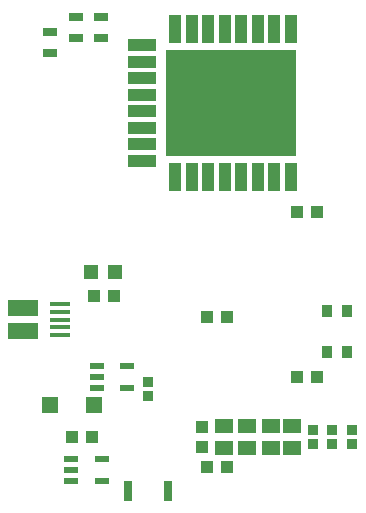
<source format=gbr>
G04 EAGLE Gerber RS-274X export*
G75*
%MOMM*%
%FSLAX34Y34*%
%LPD*%
%INSolderpaste Top*%
%IPPOS*%
%AMOC8*
5,1,8,0,0,1.08239X$1,22.5*%
G01*
%ADD10R,1.500000X1.300000*%
%ADD11R,1.200000X0.550000*%
%ADD12R,1.400000X1.400000*%
%ADD13R,1.100000X1.000000*%
%ADD14R,1.200000X1.200000*%
%ADD15R,0.900000X0.850000*%
%ADD16R,1.000000X1.100000*%
%ADD17R,0.850000X1.000000*%
%ADD18R,0.800000X1.700000*%
%ADD19R,1.750000X0.400000*%
%ADD20R,2.500000X1.425000*%
%ADD21R,2.450000X1.000000*%
%ADD22R,1.000000X2.450000*%
%ADD23R,11.000000X9.000000*%
%ADD24R,1.200000X0.800000*%


D10*
X184150Y60300D03*
X184150Y41300D03*
D11*
X75899Y111100D03*
X75899Y101600D03*
X75899Y92100D03*
X101901Y92100D03*
X101901Y111100D03*
D12*
X73872Y77470D03*
X36872Y77470D03*
D10*
X203200Y60300D03*
X203200Y41300D03*
D13*
X72000Y50800D03*
X55000Y50800D03*
D14*
X91780Y190500D03*
X70780Y190500D03*
D13*
X91050Y170180D03*
X74050Y170180D03*
X245500Y101600D03*
X262500Y101600D03*
D10*
X223520Y60300D03*
X223520Y41300D03*
D15*
X119380Y97240D03*
X119380Y85640D03*
D16*
X165100Y59300D03*
X165100Y42300D03*
D10*
X241300Y60300D03*
X241300Y41300D03*
D15*
X259080Y56600D03*
X259080Y45000D03*
X275590Y45000D03*
X275590Y56600D03*
X292100Y56600D03*
X292100Y45000D03*
D13*
X169300Y25400D03*
X186300Y25400D03*
D17*
X270650Y122200D03*
X270650Y157200D03*
X288150Y122200D03*
X288150Y157200D03*
D13*
X186300Y152400D03*
X169300Y152400D03*
D18*
X136380Y5080D03*
X102380Y5080D03*
D19*
X44760Y162860D03*
X44760Y156360D03*
X44760Y149860D03*
X44760Y143360D03*
X44760Y136860D03*
D20*
X14010Y159485D03*
X14010Y140235D03*
D11*
X54309Y32360D03*
X54309Y22860D03*
X54309Y13360D03*
X80311Y13360D03*
X80311Y32360D03*
D21*
X114300Y368300D03*
X114300Y382300D03*
X114300Y354300D03*
X114300Y340300D03*
X114300Y326300D03*
X114300Y312300D03*
X114300Y298300D03*
X114300Y284300D03*
D22*
X142300Y396300D03*
X156300Y396300D03*
X170300Y396300D03*
X184300Y396300D03*
X198300Y396300D03*
X212300Y396300D03*
X142300Y270300D03*
X156300Y270300D03*
X170300Y270300D03*
X184300Y270300D03*
X198300Y270300D03*
X226300Y270300D03*
X212300Y270300D03*
X226300Y396300D03*
X240300Y396300D03*
X240300Y270300D03*
D23*
X189300Y333300D03*
D13*
X245500Y241300D03*
X262500Y241300D03*
D24*
X36830Y393810D03*
X36830Y375810D03*
X58420Y406510D03*
X58420Y388510D03*
X80010Y406510D03*
X80010Y388510D03*
M02*

</source>
